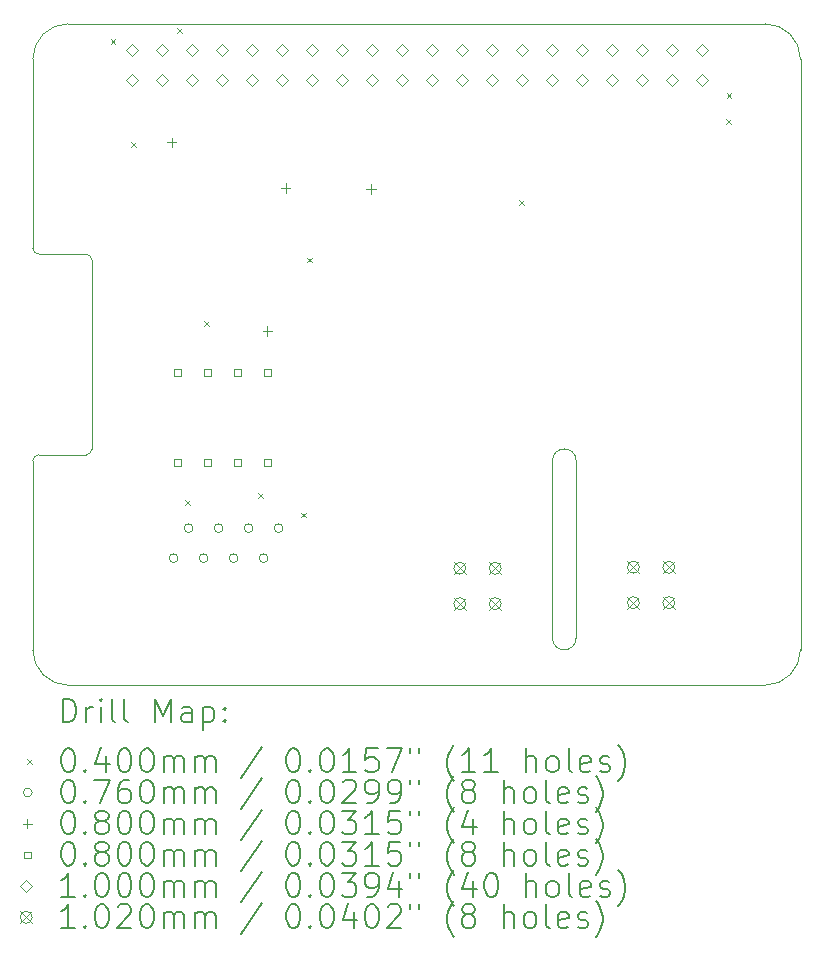
<source format=gbr>
%TF.GenerationSoftware,KiCad,Pcbnew,6.0.7*%
%TF.CreationDate,2022-09-24T12:04:23-05:00*%
%TF.ProjectId,pi-hat,70692d68-6174-42e6-9b69-6361645f7063,rev?*%
%TF.SameCoordinates,Original*%
%TF.FileFunction,Drillmap*%
%TF.FilePolarity,Positive*%
%FSLAX45Y45*%
G04 Gerber Fmt 4.5, Leading zero omitted, Abs format (unit mm)*
G04 Created by KiCad (PCBNEW 6.0.7) date 2022-09-24 12:04:23*
%MOMM*%
%LPD*%
G01*
G04 APERTURE LIST*
%ADD10C,0.100000*%
%ADD11C,0.200000*%
%ADD12C,0.040000*%
%ADD13C,0.076000*%
%ADD14C,0.080000*%
%ADD15C,0.102000*%
G04 APERTURE END LIST*
D10*
X10000000Y-6300000D02*
G75*
G03*
X10050000Y-6350000I50000J0D01*
G01*
X16500000Y-4700000D02*
G75*
G03*
X16200000Y-4400000I-300000J0D01*
G01*
X16500000Y-9700000D02*
X16500000Y-4700000D01*
X10000000Y-4700000D02*
X10000000Y-6300000D01*
X14600000Y-8100000D02*
X14600000Y-9600000D01*
X14400000Y-9600000D02*
X14400000Y-8100000D01*
X10000000Y-9700000D02*
G75*
G03*
X10300000Y-10000000I300000J0D01*
G01*
X10300000Y-10000000D02*
X16200000Y-10000000D01*
X10450000Y-8050000D02*
X10049913Y-8050000D01*
X14600000Y-8100000D02*
G75*
G03*
X14400000Y-8100000I-100000J0D01*
G01*
X10049913Y-8050000D02*
G75*
G03*
X10000000Y-8100000I87J-50000D01*
G01*
X16200000Y-10000000D02*
G75*
G03*
X16500000Y-9700000I0J300000D01*
G01*
X10500000Y-6400000D02*
X10500000Y-8000000D01*
X10300000Y-4400000D02*
G75*
G03*
X10000000Y-4700000I0J-300000D01*
G01*
X14400000Y-9600000D02*
G75*
G03*
X14600000Y-9600000I100000J0D01*
G01*
X10000000Y-8100000D02*
X10000000Y-9700000D01*
X10050000Y-6350000D02*
X10450000Y-6350000D01*
X10450000Y-8050000D02*
G75*
G03*
X10500000Y-8000000I0J50000D01*
G01*
X10500000Y-6400000D02*
G75*
G03*
X10450000Y-6350000I-50000J0D01*
G01*
X16200000Y-4400000D02*
X10300000Y-4400000D01*
D11*
D12*
X10660000Y-4530000D02*
X10700000Y-4570000D01*
X10700000Y-4530000D02*
X10660000Y-4570000D01*
X10835000Y-5400000D02*
X10875000Y-5440000D01*
X10875000Y-5400000D02*
X10835000Y-5440000D01*
X11225000Y-4435000D02*
X11265000Y-4475000D01*
X11265000Y-4435000D02*
X11225000Y-4475000D01*
X11290000Y-8435000D02*
X11330000Y-8475000D01*
X11330000Y-8435000D02*
X11290000Y-8475000D01*
X11450000Y-6915000D02*
X11490000Y-6955000D01*
X11490000Y-6915000D02*
X11450000Y-6955000D01*
X11910000Y-8375000D02*
X11950000Y-8415000D01*
X11950000Y-8375000D02*
X11910000Y-8415000D01*
X12270000Y-8540000D02*
X12310000Y-8580000D01*
X12310000Y-8540000D02*
X12270000Y-8580000D01*
X12320000Y-6380000D02*
X12360000Y-6420000D01*
X12360000Y-6380000D02*
X12320000Y-6420000D01*
X14115000Y-5895000D02*
X14155000Y-5935000D01*
X14155000Y-5895000D02*
X14115000Y-5935000D01*
X15870000Y-5205000D02*
X15910000Y-5245000D01*
X15910000Y-5205000D02*
X15870000Y-5245000D01*
X15875000Y-4985000D02*
X15915000Y-5025000D01*
X15915000Y-4985000D02*
X15875000Y-5025000D01*
D13*
X11229750Y-8925000D02*
G75*
G03*
X11229750Y-8925000I-38000J0D01*
G01*
X11356750Y-8671000D02*
G75*
G03*
X11356750Y-8671000I-38000J0D01*
G01*
X11483750Y-8925000D02*
G75*
G03*
X11483750Y-8925000I-38000J0D01*
G01*
X11610750Y-8671000D02*
G75*
G03*
X11610750Y-8671000I-38000J0D01*
G01*
X11737750Y-8925000D02*
G75*
G03*
X11737750Y-8925000I-38000J0D01*
G01*
X11864750Y-8671000D02*
G75*
G03*
X11864750Y-8671000I-38000J0D01*
G01*
X11991750Y-8925000D02*
G75*
G03*
X11991750Y-8925000I-38000J0D01*
G01*
X12118750Y-8671000D02*
G75*
G03*
X12118750Y-8671000I-38000J0D01*
G01*
D14*
X11175000Y-5365000D02*
X11175000Y-5445000D01*
X11135000Y-5405000D02*
X11215000Y-5405000D01*
X11985000Y-6960000D02*
X11985000Y-7040000D01*
X11945000Y-7000000D02*
X12025000Y-7000000D01*
X12140000Y-5750000D02*
X12140000Y-5830000D01*
X12100000Y-5790000D02*
X12180000Y-5790000D01*
X12865000Y-5760000D02*
X12865000Y-5840000D01*
X12825000Y-5800000D02*
X12905000Y-5800000D01*
X11256284Y-7380784D02*
X11256284Y-7324215D01*
X11199715Y-7324215D01*
X11199715Y-7380784D01*
X11256284Y-7380784D01*
X11256284Y-8142784D02*
X11256284Y-8086215D01*
X11199715Y-8086215D01*
X11199715Y-8142784D01*
X11256284Y-8142784D01*
X11510284Y-7380784D02*
X11510284Y-7324215D01*
X11453715Y-7324215D01*
X11453715Y-7380784D01*
X11510284Y-7380784D01*
X11510284Y-8142784D02*
X11510284Y-8086215D01*
X11453715Y-8086215D01*
X11453715Y-8142784D01*
X11510284Y-8142784D01*
X11764284Y-7380784D02*
X11764284Y-7324215D01*
X11707715Y-7324215D01*
X11707715Y-7380784D01*
X11764284Y-7380784D01*
X11764284Y-8142784D02*
X11764284Y-8086215D01*
X11707715Y-8086215D01*
X11707715Y-8142784D01*
X11764284Y-8142784D01*
X12018284Y-7380784D02*
X12018284Y-7324215D01*
X11961715Y-7324215D01*
X11961715Y-7380784D01*
X12018284Y-7380784D01*
X12018284Y-8142784D02*
X12018284Y-8086215D01*
X11961715Y-8086215D01*
X11961715Y-8142784D01*
X12018284Y-8142784D01*
D10*
X10837000Y-4673000D02*
X10887000Y-4623000D01*
X10837000Y-4573000D01*
X10787000Y-4623000D01*
X10837000Y-4673000D01*
X10837000Y-4927000D02*
X10887000Y-4877000D01*
X10837000Y-4827000D01*
X10787000Y-4877000D01*
X10837000Y-4927000D01*
X11091000Y-4673000D02*
X11141000Y-4623000D01*
X11091000Y-4573000D01*
X11041000Y-4623000D01*
X11091000Y-4673000D01*
X11091000Y-4927000D02*
X11141000Y-4877000D01*
X11091000Y-4827000D01*
X11041000Y-4877000D01*
X11091000Y-4927000D01*
X11345000Y-4673000D02*
X11395000Y-4623000D01*
X11345000Y-4573000D01*
X11295000Y-4623000D01*
X11345000Y-4673000D01*
X11345000Y-4927000D02*
X11395000Y-4877000D01*
X11345000Y-4827000D01*
X11295000Y-4877000D01*
X11345000Y-4927000D01*
X11599000Y-4673000D02*
X11649000Y-4623000D01*
X11599000Y-4573000D01*
X11549000Y-4623000D01*
X11599000Y-4673000D01*
X11599000Y-4927000D02*
X11649000Y-4877000D01*
X11599000Y-4827000D01*
X11549000Y-4877000D01*
X11599000Y-4927000D01*
X11853000Y-4673000D02*
X11903000Y-4623000D01*
X11853000Y-4573000D01*
X11803000Y-4623000D01*
X11853000Y-4673000D01*
X11853000Y-4927000D02*
X11903000Y-4877000D01*
X11853000Y-4827000D01*
X11803000Y-4877000D01*
X11853000Y-4927000D01*
X12107000Y-4673000D02*
X12157000Y-4623000D01*
X12107000Y-4573000D01*
X12057000Y-4623000D01*
X12107000Y-4673000D01*
X12107000Y-4927000D02*
X12157000Y-4877000D01*
X12107000Y-4827000D01*
X12057000Y-4877000D01*
X12107000Y-4927000D01*
X12361000Y-4673000D02*
X12411000Y-4623000D01*
X12361000Y-4573000D01*
X12311000Y-4623000D01*
X12361000Y-4673000D01*
X12361000Y-4927000D02*
X12411000Y-4877000D01*
X12361000Y-4827000D01*
X12311000Y-4877000D01*
X12361000Y-4927000D01*
X12615000Y-4673000D02*
X12665000Y-4623000D01*
X12615000Y-4573000D01*
X12565000Y-4623000D01*
X12615000Y-4673000D01*
X12615000Y-4927000D02*
X12665000Y-4877000D01*
X12615000Y-4827000D01*
X12565000Y-4877000D01*
X12615000Y-4927000D01*
X12869000Y-4673000D02*
X12919000Y-4623000D01*
X12869000Y-4573000D01*
X12819000Y-4623000D01*
X12869000Y-4673000D01*
X12869000Y-4927000D02*
X12919000Y-4877000D01*
X12869000Y-4827000D01*
X12819000Y-4877000D01*
X12869000Y-4927000D01*
X13123000Y-4673000D02*
X13173000Y-4623000D01*
X13123000Y-4573000D01*
X13073000Y-4623000D01*
X13123000Y-4673000D01*
X13123000Y-4927000D02*
X13173000Y-4877000D01*
X13123000Y-4827000D01*
X13073000Y-4877000D01*
X13123000Y-4927000D01*
X13377000Y-4673000D02*
X13427000Y-4623000D01*
X13377000Y-4573000D01*
X13327000Y-4623000D01*
X13377000Y-4673000D01*
X13377000Y-4927000D02*
X13427000Y-4877000D01*
X13377000Y-4827000D01*
X13327000Y-4877000D01*
X13377000Y-4927000D01*
X13631000Y-4673000D02*
X13681000Y-4623000D01*
X13631000Y-4573000D01*
X13581000Y-4623000D01*
X13631000Y-4673000D01*
X13631000Y-4927000D02*
X13681000Y-4877000D01*
X13631000Y-4827000D01*
X13581000Y-4877000D01*
X13631000Y-4927000D01*
X13885000Y-4673000D02*
X13935000Y-4623000D01*
X13885000Y-4573000D01*
X13835000Y-4623000D01*
X13885000Y-4673000D01*
X13885000Y-4927000D02*
X13935000Y-4877000D01*
X13885000Y-4827000D01*
X13835000Y-4877000D01*
X13885000Y-4927000D01*
X14139000Y-4673000D02*
X14189000Y-4623000D01*
X14139000Y-4573000D01*
X14089000Y-4623000D01*
X14139000Y-4673000D01*
X14139000Y-4927000D02*
X14189000Y-4877000D01*
X14139000Y-4827000D01*
X14089000Y-4877000D01*
X14139000Y-4927000D01*
X14393000Y-4673000D02*
X14443000Y-4623000D01*
X14393000Y-4573000D01*
X14343000Y-4623000D01*
X14393000Y-4673000D01*
X14393000Y-4927000D02*
X14443000Y-4877000D01*
X14393000Y-4827000D01*
X14343000Y-4877000D01*
X14393000Y-4927000D01*
X14647000Y-4673000D02*
X14697000Y-4623000D01*
X14647000Y-4573000D01*
X14597000Y-4623000D01*
X14647000Y-4673000D01*
X14647000Y-4927000D02*
X14697000Y-4877000D01*
X14647000Y-4827000D01*
X14597000Y-4877000D01*
X14647000Y-4927000D01*
X14901000Y-4673000D02*
X14951000Y-4623000D01*
X14901000Y-4573000D01*
X14851000Y-4623000D01*
X14901000Y-4673000D01*
X14901000Y-4927000D02*
X14951000Y-4877000D01*
X14901000Y-4827000D01*
X14851000Y-4877000D01*
X14901000Y-4927000D01*
X15155000Y-4673000D02*
X15205000Y-4623000D01*
X15155000Y-4573000D01*
X15105000Y-4623000D01*
X15155000Y-4673000D01*
X15155000Y-4927000D02*
X15205000Y-4877000D01*
X15155000Y-4827000D01*
X15105000Y-4877000D01*
X15155000Y-4927000D01*
X15409000Y-4673000D02*
X15459000Y-4623000D01*
X15409000Y-4573000D01*
X15359000Y-4623000D01*
X15409000Y-4673000D01*
X15409000Y-4927000D02*
X15459000Y-4877000D01*
X15409000Y-4827000D01*
X15359000Y-4877000D01*
X15409000Y-4927000D01*
X15663000Y-4673000D02*
X15713000Y-4623000D01*
X15663000Y-4573000D01*
X15613000Y-4623000D01*
X15663000Y-4673000D01*
X15663000Y-4927000D02*
X15713000Y-4877000D01*
X15663000Y-4827000D01*
X15613000Y-4877000D01*
X15663000Y-4927000D01*
D15*
X13564000Y-8959000D02*
X13666000Y-9061000D01*
X13666000Y-8959000D02*
X13564000Y-9061000D01*
X13666000Y-9010000D02*
G75*
G03*
X13666000Y-9010000I-51000J0D01*
G01*
X13564000Y-9259000D02*
X13666000Y-9361000D01*
X13666000Y-9259000D02*
X13564000Y-9361000D01*
X13666000Y-9310000D02*
G75*
G03*
X13666000Y-9310000I-51000J0D01*
G01*
X13864000Y-8959000D02*
X13966000Y-9061000D01*
X13966000Y-8959000D02*
X13864000Y-9061000D01*
X13966000Y-9010000D02*
G75*
G03*
X13966000Y-9010000I-51000J0D01*
G01*
X13864000Y-9259000D02*
X13966000Y-9361000D01*
X13966000Y-9259000D02*
X13864000Y-9361000D01*
X13966000Y-9310000D02*
G75*
G03*
X13966000Y-9310000I-51000J0D01*
G01*
X15034000Y-8950500D02*
X15136000Y-9052500D01*
X15136000Y-8950500D02*
X15034000Y-9052500D01*
X15136000Y-9001500D02*
G75*
G03*
X15136000Y-9001500I-51000J0D01*
G01*
X15034000Y-9250500D02*
X15136000Y-9352500D01*
X15136000Y-9250500D02*
X15034000Y-9352500D01*
X15136000Y-9301500D02*
G75*
G03*
X15136000Y-9301500I-51000J0D01*
G01*
X15334000Y-8950500D02*
X15436000Y-9052500D01*
X15436000Y-8950500D02*
X15334000Y-9052500D01*
X15436000Y-9001500D02*
G75*
G03*
X15436000Y-9001500I-51000J0D01*
G01*
X15334000Y-9250500D02*
X15436000Y-9352500D01*
X15436000Y-9250500D02*
X15334000Y-9352500D01*
X15436000Y-9301500D02*
G75*
G03*
X15436000Y-9301500I-51000J0D01*
G01*
D11*
X10252619Y-10315476D02*
X10252619Y-10115476D01*
X10300238Y-10115476D01*
X10328810Y-10125000D01*
X10347857Y-10144048D01*
X10357381Y-10163095D01*
X10366905Y-10201190D01*
X10366905Y-10229762D01*
X10357381Y-10267857D01*
X10347857Y-10286905D01*
X10328810Y-10305952D01*
X10300238Y-10315476D01*
X10252619Y-10315476D01*
X10452619Y-10315476D02*
X10452619Y-10182143D01*
X10452619Y-10220238D02*
X10462143Y-10201190D01*
X10471667Y-10191667D01*
X10490714Y-10182143D01*
X10509762Y-10182143D01*
X10576429Y-10315476D02*
X10576429Y-10182143D01*
X10576429Y-10115476D02*
X10566905Y-10125000D01*
X10576429Y-10134524D01*
X10585952Y-10125000D01*
X10576429Y-10115476D01*
X10576429Y-10134524D01*
X10700238Y-10315476D02*
X10681190Y-10305952D01*
X10671667Y-10286905D01*
X10671667Y-10115476D01*
X10805000Y-10315476D02*
X10785952Y-10305952D01*
X10776429Y-10286905D01*
X10776429Y-10115476D01*
X11033571Y-10315476D02*
X11033571Y-10115476D01*
X11100238Y-10258333D01*
X11166905Y-10115476D01*
X11166905Y-10315476D01*
X11347857Y-10315476D02*
X11347857Y-10210714D01*
X11338333Y-10191667D01*
X11319286Y-10182143D01*
X11281190Y-10182143D01*
X11262143Y-10191667D01*
X11347857Y-10305952D02*
X11328809Y-10315476D01*
X11281190Y-10315476D01*
X11262143Y-10305952D01*
X11252619Y-10286905D01*
X11252619Y-10267857D01*
X11262143Y-10248810D01*
X11281190Y-10239286D01*
X11328809Y-10239286D01*
X11347857Y-10229762D01*
X11443095Y-10182143D02*
X11443095Y-10382143D01*
X11443095Y-10191667D02*
X11462143Y-10182143D01*
X11500238Y-10182143D01*
X11519286Y-10191667D01*
X11528809Y-10201190D01*
X11538333Y-10220238D01*
X11538333Y-10277381D01*
X11528809Y-10296429D01*
X11519286Y-10305952D01*
X11500238Y-10315476D01*
X11462143Y-10315476D01*
X11443095Y-10305952D01*
X11624048Y-10296429D02*
X11633571Y-10305952D01*
X11624048Y-10315476D01*
X11614524Y-10305952D01*
X11624048Y-10296429D01*
X11624048Y-10315476D01*
X11624048Y-10191667D02*
X11633571Y-10201190D01*
X11624048Y-10210714D01*
X11614524Y-10201190D01*
X11624048Y-10191667D01*
X11624048Y-10210714D01*
D12*
X9955000Y-10625000D02*
X9995000Y-10665000D01*
X9995000Y-10625000D02*
X9955000Y-10665000D01*
D11*
X10290714Y-10535476D02*
X10309762Y-10535476D01*
X10328810Y-10545000D01*
X10338333Y-10554524D01*
X10347857Y-10573571D01*
X10357381Y-10611667D01*
X10357381Y-10659286D01*
X10347857Y-10697381D01*
X10338333Y-10716429D01*
X10328810Y-10725952D01*
X10309762Y-10735476D01*
X10290714Y-10735476D01*
X10271667Y-10725952D01*
X10262143Y-10716429D01*
X10252619Y-10697381D01*
X10243095Y-10659286D01*
X10243095Y-10611667D01*
X10252619Y-10573571D01*
X10262143Y-10554524D01*
X10271667Y-10545000D01*
X10290714Y-10535476D01*
X10443095Y-10716429D02*
X10452619Y-10725952D01*
X10443095Y-10735476D01*
X10433571Y-10725952D01*
X10443095Y-10716429D01*
X10443095Y-10735476D01*
X10624048Y-10602143D02*
X10624048Y-10735476D01*
X10576429Y-10525952D02*
X10528810Y-10668810D01*
X10652619Y-10668810D01*
X10766905Y-10535476D02*
X10785952Y-10535476D01*
X10805000Y-10545000D01*
X10814524Y-10554524D01*
X10824048Y-10573571D01*
X10833571Y-10611667D01*
X10833571Y-10659286D01*
X10824048Y-10697381D01*
X10814524Y-10716429D01*
X10805000Y-10725952D01*
X10785952Y-10735476D01*
X10766905Y-10735476D01*
X10747857Y-10725952D01*
X10738333Y-10716429D01*
X10728810Y-10697381D01*
X10719286Y-10659286D01*
X10719286Y-10611667D01*
X10728810Y-10573571D01*
X10738333Y-10554524D01*
X10747857Y-10545000D01*
X10766905Y-10535476D01*
X10957381Y-10535476D02*
X10976429Y-10535476D01*
X10995476Y-10545000D01*
X11005000Y-10554524D01*
X11014524Y-10573571D01*
X11024048Y-10611667D01*
X11024048Y-10659286D01*
X11014524Y-10697381D01*
X11005000Y-10716429D01*
X10995476Y-10725952D01*
X10976429Y-10735476D01*
X10957381Y-10735476D01*
X10938333Y-10725952D01*
X10928810Y-10716429D01*
X10919286Y-10697381D01*
X10909762Y-10659286D01*
X10909762Y-10611667D01*
X10919286Y-10573571D01*
X10928810Y-10554524D01*
X10938333Y-10545000D01*
X10957381Y-10535476D01*
X11109762Y-10735476D02*
X11109762Y-10602143D01*
X11109762Y-10621190D02*
X11119286Y-10611667D01*
X11138333Y-10602143D01*
X11166905Y-10602143D01*
X11185952Y-10611667D01*
X11195476Y-10630714D01*
X11195476Y-10735476D01*
X11195476Y-10630714D02*
X11205000Y-10611667D01*
X11224048Y-10602143D01*
X11252619Y-10602143D01*
X11271667Y-10611667D01*
X11281190Y-10630714D01*
X11281190Y-10735476D01*
X11376428Y-10735476D02*
X11376428Y-10602143D01*
X11376428Y-10621190D02*
X11385952Y-10611667D01*
X11405000Y-10602143D01*
X11433571Y-10602143D01*
X11452619Y-10611667D01*
X11462143Y-10630714D01*
X11462143Y-10735476D01*
X11462143Y-10630714D02*
X11471667Y-10611667D01*
X11490714Y-10602143D01*
X11519286Y-10602143D01*
X11538333Y-10611667D01*
X11547857Y-10630714D01*
X11547857Y-10735476D01*
X11938333Y-10525952D02*
X11766905Y-10783095D01*
X12195476Y-10535476D02*
X12214524Y-10535476D01*
X12233571Y-10545000D01*
X12243095Y-10554524D01*
X12252619Y-10573571D01*
X12262143Y-10611667D01*
X12262143Y-10659286D01*
X12252619Y-10697381D01*
X12243095Y-10716429D01*
X12233571Y-10725952D01*
X12214524Y-10735476D01*
X12195476Y-10735476D01*
X12176428Y-10725952D01*
X12166905Y-10716429D01*
X12157381Y-10697381D01*
X12147857Y-10659286D01*
X12147857Y-10611667D01*
X12157381Y-10573571D01*
X12166905Y-10554524D01*
X12176428Y-10545000D01*
X12195476Y-10535476D01*
X12347857Y-10716429D02*
X12357381Y-10725952D01*
X12347857Y-10735476D01*
X12338333Y-10725952D01*
X12347857Y-10716429D01*
X12347857Y-10735476D01*
X12481190Y-10535476D02*
X12500238Y-10535476D01*
X12519286Y-10545000D01*
X12528809Y-10554524D01*
X12538333Y-10573571D01*
X12547857Y-10611667D01*
X12547857Y-10659286D01*
X12538333Y-10697381D01*
X12528809Y-10716429D01*
X12519286Y-10725952D01*
X12500238Y-10735476D01*
X12481190Y-10735476D01*
X12462143Y-10725952D01*
X12452619Y-10716429D01*
X12443095Y-10697381D01*
X12433571Y-10659286D01*
X12433571Y-10611667D01*
X12443095Y-10573571D01*
X12452619Y-10554524D01*
X12462143Y-10545000D01*
X12481190Y-10535476D01*
X12738333Y-10735476D02*
X12624048Y-10735476D01*
X12681190Y-10735476D02*
X12681190Y-10535476D01*
X12662143Y-10564048D01*
X12643095Y-10583095D01*
X12624048Y-10592619D01*
X12919286Y-10535476D02*
X12824048Y-10535476D01*
X12814524Y-10630714D01*
X12824048Y-10621190D01*
X12843095Y-10611667D01*
X12890714Y-10611667D01*
X12909762Y-10621190D01*
X12919286Y-10630714D01*
X12928809Y-10649762D01*
X12928809Y-10697381D01*
X12919286Y-10716429D01*
X12909762Y-10725952D01*
X12890714Y-10735476D01*
X12843095Y-10735476D01*
X12824048Y-10725952D01*
X12814524Y-10716429D01*
X12995476Y-10535476D02*
X13128809Y-10535476D01*
X13043095Y-10735476D01*
X13195476Y-10535476D02*
X13195476Y-10573571D01*
X13271667Y-10535476D02*
X13271667Y-10573571D01*
X13566905Y-10811667D02*
X13557381Y-10802143D01*
X13538333Y-10773571D01*
X13528809Y-10754524D01*
X13519286Y-10725952D01*
X13509762Y-10678333D01*
X13509762Y-10640238D01*
X13519286Y-10592619D01*
X13528809Y-10564048D01*
X13538333Y-10545000D01*
X13557381Y-10516429D01*
X13566905Y-10506905D01*
X13747857Y-10735476D02*
X13633571Y-10735476D01*
X13690714Y-10735476D02*
X13690714Y-10535476D01*
X13671667Y-10564048D01*
X13652619Y-10583095D01*
X13633571Y-10592619D01*
X13938333Y-10735476D02*
X13824048Y-10735476D01*
X13881190Y-10735476D02*
X13881190Y-10535476D01*
X13862143Y-10564048D01*
X13843095Y-10583095D01*
X13824048Y-10592619D01*
X14176428Y-10735476D02*
X14176428Y-10535476D01*
X14262143Y-10735476D02*
X14262143Y-10630714D01*
X14252619Y-10611667D01*
X14233571Y-10602143D01*
X14205000Y-10602143D01*
X14185952Y-10611667D01*
X14176428Y-10621190D01*
X14385952Y-10735476D02*
X14366905Y-10725952D01*
X14357381Y-10716429D01*
X14347857Y-10697381D01*
X14347857Y-10640238D01*
X14357381Y-10621190D01*
X14366905Y-10611667D01*
X14385952Y-10602143D01*
X14414524Y-10602143D01*
X14433571Y-10611667D01*
X14443095Y-10621190D01*
X14452619Y-10640238D01*
X14452619Y-10697381D01*
X14443095Y-10716429D01*
X14433571Y-10725952D01*
X14414524Y-10735476D01*
X14385952Y-10735476D01*
X14566905Y-10735476D02*
X14547857Y-10725952D01*
X14538333Y-10706905D01*
X14538333Y-10535476D01*
X14719286Y-10725952D02*
X14700238Y-10735476D01*
X14662143Y-10735476D01*
X14643095Y-10725952D01*
X14633571Y-10706905D01*
X14633571Y-10630714D01*
X14643095Y-10611667D01*
X14662143Y-10602143D01*
X14700238Y-10602143D01*
X14719286Y-10611667D01*
X14728809Y-10630714D01*
X14728809Y-10649762D01*
X14633571Y-10668810D01*
X14805000Y-10725952D02*
X14824048Y-10735476D01*
X14862143Y-10735476D01*
X14881190Y-10725952D01*
X14890714Y-10706905D01*
X14890714Y-10697381D01*
X14881190Y-10678333D01*
X14862143Y-10668810D01*
X14833571Y-10668810D01*
X14814524Y-10659286D01*
X14805000Y-10640238D01*
X14805000Y-10630714D01*
X14814524Y-10611667D01*
X14833571Y-10602143D01*
X14862143Y-10602143D01*
X14881190Y-10611667D01*
X14957381Y-10811667D02*
X14966905Y-10802143D01*
X14985952Y-10773571D01*
X14995476Y-10754524D01*
X15005000Y-10725952D01*
X15014524Y-10678333D01*
X15014524Y-10640238D01*
X15005000Y-10592619D01*
X14995476Y-10564048D01*
X14985952Y-10545000D01*
X14966905Y-10516429D01*
X14957381Y-10506905D01*
D13*
X9995000Y-10909000D02*
G75*
G03*
X9995000Y-10909000I-38000J0D01*
G01*
D11*
X10290714Y-10799476D02*
X10309762Y-10799476D01*
X10328810Y-10809000D01*
X10338333Y-10818524D01*
X10347857Y-10837571D01*
X10357381Y-10875667D01*
X10357381Y-10923286D01*
X10347857Y-10961381D01*
X10338333Y-10980429D01*
X10328810Y-10989952D01*
X10309762Y-10999476D01*
X10290714Y-10999476D01*
X10271667Y-10989952D01*
X10262143Y-10980429D01*
X10252619Y-10961381D01*
X10243095Y-10923286D01*
X10243095Y-10875667D01*
X10252619Y-10837571D01*
X10262143Y-10818524D01*
X10271667Y-10809000D01*
X10290714Y-10799476D01*
X10443095Y-10980429D02*
X10452619Y-10989952D01*
X10443095Y-10999476D01*
X10433571Y-10989952D01*
X10443095Y-10980429D01*
X10443095Y-10999476D01*
X10519286Y-10799476D02*
X10652619Y-10799476D01*
X10566905Y-10999476D01*
X10814524Y-10799476D02*
X10776429Y-10799476D01*
X10757381Y-10809000D01*
X10747857Y-10818524D01*
X10728810Y-10847095D01*
X10719286Y-10885190D01*
X10719286Y-10961381D01*
X10728810Y-10980429D01*
X10738333Y-10989952D01*
X10757381Y-10999476D01*
X10795476Y-10999476D01*
X10814524Y-10989952D01*
X10824048Y-10980429D01*
X10833571Y-10961381D01*
X10833571Y-10913762D01*
X10824048Y-10894714D01*
X10814524Y-10885190D01*
X10795476Y-10875667D01*
X10757381Y-10875667D01*
X10738333Y-10885190D01*
X10728810Y-10894714D01*
X10719286Y-10913762D01*
X10957381Y-10799476D02*
X10976429Y-10799476D01*
X10995476Y-10809000D01*
X11005000Y-10818524D01*
X11014524Y-10837571D01*
X11024048Y-10875667D01*
X11024048Y-10923286D01*
X11014524Y-10961381D01*
X11005000Y-10980429D01*
X10995476Y-10989952D01*
X10976429Y-10999476D01*
X10957381Y-10999476D01*
X10938333Y-10989952D01*
X10928810Y-10980429D01*
X10919286Y-10961381D01*
X10909762Y-10923286D01*
X10909762Y-10875667D01*
X10919286Y-10837571D01*
X10928810Y-10818524D01*
X10938333Y-10809000D01*
X10957381Y-10799476D01*
X11109762Y-10999476D02*
X11109762Y-10866143D01*
X11109762Y-10885190D02*
X11119286Y-10875667D01*
X11138333Y-10866143D01*
X11166905Y-10866143D01*
X11185952Y-10875667D01*
X11195476Y-10894714D01*
X11195476Y-10999476D01*
X11195476Y-10894714D02*
X11205000Y-10875667D01*
X11224048Y-10866143D01*
X11252619Y-10866143D01*
X11271667Y-10875667D01*
X11281190Y-10894714D01*
X11281190Y-10999476D01*
X11376428Y-10999476D02*
X11376428Y-10866143D01*
X11376428Y-10885190D02*
X11385952Y-10875667D01*
X11405000Y-10866143D01*
X11433571Y-10866143D01*
X11452619Y-10875667D01*
X11462143Y-10894714D01*
X11462143Y-10999476D01*
X11462143Y-10894714D02*
X11471667Y-10875667D01*
X11490714Y-10866143D01*
X11519286Y-10866143D01*
X11538333Y-10875667D01*
X11547857Y-10894714D01*
X11547857Y-10999476D01*
X11938333Y-10789952D02*
X11766905Y-11047095D01*
X12195476Y-10799476D02*
X12214524Y-10799476D01*
X12233571Y-10809000D01*
X12243095Y-10818524D01*
X12252619Y-10837571D01*
X12262143Y-10875667D01*
X12262143Y-10923286D01*
X12252619Y-10961381D01*
X12243095Y-10980429D01*
X12233571Y-10989952D01*
X12214524Y-10999476D01*
X12195476Y-10999476D01*
X12176428Y-10989952D01*
X12166905Y-10980429D01*
X12157381Y-10961381D01*
X12147857Y-10923286D01*
X12147857Y-10875667D01*
X12157381Y-10837571D01*
X12166905Y-10818524D01*
X12176428Y-10809000D01*
X12195476Y-10799476D01*
X12347857Y-10980429D02*
X12357381Y-10989952D01*
X12347857Y-10999476D01*
X12338333Y-10989952D01*
X12347857Y-10980429D01*
X12347857Y-10999476D01*
X12481190Y-10799476D02*
X12500238Y-10799476D01*
X12519286Y-10809000D01*
X12528809Y-10818524D01*
X12538333Y-10837571D01*
X12547857Y-10875667D01*
X12547857Y-10923286D01*
X12538333Y-10961381D01*
X12528809Y-10980429D01*
X12519286Y-10989952D01*
X12500238Y-10999476D01*
X12481190Y-10999476D01*
X12462143Y-10989952D01*
X12452619Y-10980429D01*
X12443095Y-10961381D01*
X12433571Y-10923286D01*
X12433571Y-10875667D01*
X12443095Y-10837571D01*
X12452619Y-10818524D01*
X12462143Y-10809000D01*
X12481190Y-10799476D01*
X12624048Y-10818524D02*
X12633571Y-10809000D01*
X12652619Y-10799476D01*
X12700238Y-10799476D01*
X12719286Y-10809000D01*
X12728809Y-10818524D01*
X12738333Y-10837571D01*
X12738333Y-10856619D01*
X12728809Y-10885190D01*
X12614524Y-10999476D01*
X12738333Y-10999476D01*
X12833571Y-10999476D02*
X12871667Y-10999476D01*
X12890714Y-10989952D01*
X12900238Y-10980429D01*
X12919286Y-10951857D01*
X12928809Y-10913762D01*
X12928809Y-10837571D01*
X12919286Y-10818524D01*
X12909762Y-10809000D01*
X12890714Y-10799476D01*
X12852619Y-10799476D01*
X12833571Y-10809000D01*
X12824048Y-10818524D01*
X12814524Y-10837571D01*
X12814524Y-10885190D01*
X12824048Y-10904238D01*
X12833571Y-10913762D01*
X12852619Y-10923286D01*
X12890714Y-10923286D01*
X12909762Y-10913762D01*
X12919286Y-10904238D01*
X12928809Y-10885190D01*
X13024048Y-10999476D02*
X13062143Y-10999476D01*
X13081190Y-10989952D01*
X13090714Y-10980429D01*
X13109762Y-10951857D01*
X13119286Y-10913762D01*
X13119286Y-10837571D01*
X13109762Y-10818524D01*
X13100238Y-10809000D01*
X13081190Y-10799476D01*
X13043095Y-10799476D01*
X13024048Y-10809000D01*
X13014524Y-10818524D01*
X13005000Y-10837571D01*
X13005000Y-10885190D01*
X13014524Y-10904238D01*
X13024048Y-10913762D01*
X13043095Y-10923286D01*
X13081190Y-10923286D01*
X13100238Y-10913762D01*
X13109762Y-10904238D01*
X13119286Y-10885190D01*
X13195476Y-10799476D02*
X13195476Y-10837571D01*
X13271667Y-10799476D02*
X13271667Y-10837571D01*
X13566905Y-11075667D02*
X13557381Y-11066143D01*
X13538333Y-11037571D01*
X13528809Y-11018524D01*
X13519286Y-10989952D01*
X13509762Y-10942333D01*
X13509762Y-10904238D01*
X13519286Y-10856619D01*
X13528809Y-10828048D01*
X13538333Y-10809000D01*
X13557381Y-10780429D01*
X13566905Y-10770905D01*
X13671667Y-10885190D02*
X13652619Y-10875667D01*
X13643095Y-10866143D01*
X13633571Y-10847095D01*
X13633571Y-10837571D01*
X13643095Y-10818524D01*
X13652619Y-10809000D01*
X13671667Y-10799476D01*
X13709762Y-10799476D01*
X13728809Y-10809000D01*
X13738333Y-10818524D01*
X13747857Y-10837571D01*
X13747857Y-10847095D01*
X13738333Y-10866143D01*
X13728809Y-10875667D01*
X13709762Y-10885190D01*
X13671667Y-10885190D01*
X13652619Y-10894714D01*
X13643095Y-10904238D01*
X13633571Y-10923286D01*
X13633571Y-10961381D01*
X13643095Y-10980429D01*
X13652619Y-10989952D01*
X13671667Y-10999476D01*
X13709762Y-10999476D01*
X13728809Y-10989952D01*
X13738333Y-10980429D01*
X13747857Y-10961381D01*
X13747857Y-10923286D01*
X13738333Y-10904238D01*
X13728809Y-10894714D01*
X13709762Y-10885190D01*
X13985952Y-10999476D02*
X13985952Y-10799476D01*
X14071667Y-10999476D02*
X14071667Y-10894714D01*
X14062143Y-10875667D01*
X14043095Y-10866143D01*
X14014524Y-10866143D01*
X13995476Y-10875667D01*
X13985952Y-10885190D01*
X14195476Y-10999476D02*
X14176428Y-10989952D01*
X14166905Y-10980429D01*
X14157381Y-10961381D01*
X14157381Y-10904238D01*
X14166905Y-10885190D01*
X14176428Y-10875667D01*
X14195476Y-10866143D01*
X14224048Y-10866143D01*
X14243095Y-10875667D01*
X14252619Y-10885190D01*
X14262143Y-10904238D01*
X14262143Y-10961381D01*
X14252619Y-10980429D01*
X14243095Y-10989952D01*
X14224048Y-10999476D01*
X14195476Y-10999476D01*
X14376428Y-10999476D02*
X14357381Y-10989952D01*
X14347857Y-10970905D01*
X14347857Y-10799476D01*
X14528809Y-10989952D02*
X14509762Y-10999476D01*
X14471667Y-10999476D01*
X14452619Y-10989952D01*
X14443095Y-10970905D01*
X14443095Y-10894714D01*
X14452619Y-10875667D01*
X14471667Y-10866143D01*
X14509762Y-10866143D01*
X14528809Y-10875667D01*
X14538333Y-10894714D01*
X14538333Y-10913762D01*
X14443095Y-10932810D01*
X14614524Y-10989952D02*
X14633571Y-10999476D01*
X14671667Y-10999476D01*
X14690714Y-10989952D01*
X14700238Y-10970905D01*
X14700238Y-10961381D01*
X14690714Y-10942333D01*
X14671667Y-10932810D01*
X14643095Y-10932810D01*
X14624048Y-10923286D01*
X14614524Y-10904238D01*
X14614524Y-10894714D01*
X14624048Y-10875667D01*
X14643095Y-10866143D01*
X14671667Y-10866143D01*
X14690714Y-10875667D01*
X14766905Y-11075667D02*
X14776428Y-11066143D01*
X14795476Y-11037571D01*
X14805000Y-11018524D01*
X14814524Y-10989952D01*
X14824048Y-10942333D01*
X14824048Y-10904238D01*
X14814524Y-10856619D01*
X14805000Y-10828048D01*
X14795476Y-10809000D01*
X14776428Y-10780429D01*
X14766905Y-10770905D01*
D14*
X9955000Y-11133000D02*
X9955000Y-11213000D01*
X9915000Y-11173000D02*
X9995000Y-11173000D01*
D11*
X10290714Y-11063476D02*
X10309762Y-11063476D01*
X10328810Y-11073000D01*
X10338333Y-11082524D01*
X10347857Y-11101571D01*
X10357381Y-11139667D01*
X10357381Y-11187286D01*
X10347857Y-11225381D01*
X10338333Y-11244428D01*
X10328810Y-11253952D01*
X10309762Y-11263476D01*
X10290714Y-11263476D01*
X10271667Y-11253952D01*
X10262143Y-11244428D01*
X10252619Y-11225381D01*
X10243095Y-11187286D01*
X10243095Y-11139667D01*
X10252619Y-11101571D01*
X10262143Y-11082524D01*
X10271667Y-11073000D01*
X10290714Y-11063476D01*
X10443095Y-11244428D02*
X10452619Y-11253952D01*
X10443095Y-11263476D01*
X10433571Y-11253952D01*
X10443095Y-11244428D01*
X10443095Y-11263476D01*
X10566905Y-11149190D02*
X10547857Y-11139667D01*
X10538333Y-11130143D01*
X10528810Y-11111095D01*
X10528810Y-11101571D01*
X10538333Y-11082524D01*
X10547857Y-11073000D01*
X10566905Y-11063476D01*
X10605000Y-11063476D01*
X10624048Y-11073000D01*
X10633571Y-11082524D01*
X10643095Y-11101571D01*
X10643095Y-11111095D01*
X10633571Y-11130143D01*
X10624048Y-11139667D01*
X10605000Y-11149190D01*
X10566905Y-11149190D01*
X10547857Y-11158714D01*
X10538333Y-11168238D01*
X10528810Y-11187286D01*
X10528810Y-11225381D01*
X10538333Y-11244428D01*
X10547857Y-11253952D01*
X10566905Y-11263476D01*
X10605000Y-11263476D01*
X10624048Y-11253952D01*
X10633571Y-11244428D01*
X10643095Y-11225381D01*
X10643095Y-11187286D01*
X10633571Y-11168238D01*
X10624048Y-11158714D01*
X10605000Y-11149190D01*
X10766905Y-11063476D02*
X10785952Y-11063476D01*
X10805000Y-11073000D01*
X10814524Y-11082524D01*
X10824048Y-11101571D01*
X10833571Y-11139667D01*
X10833571Y-11187286D01*
X10824048Y-11225381D01*
X10814524Y-11244428D01*
X10805000Y-11253952D01*
X10785952Y-11263476D01*
X10766905Y-11263476D01*
X10747857Y-11253952D01*
X10738333Y-11244428D01*
X10728810Y-11225381D01*
X10719286Y-11187286D01*
X10719286Y-11139667D01*
X10728810Y-11101571D01*
X10738333Y-11082524D01*
X10747857Y-11073000D01*
X10766905Y-11063476D01*
X10957381Y-11063476D02*
X10976429Y-11063476D01*
X10995476Y-11073000D01*
X11005000Y-11082524D01*
X11014524Y-11101571D01*
X11024048Y-11139667D01*
X11024048Y-11187286D01*
X11014524Y-11225381D01*
X11005000Y-11244428D01*
X10995476Y-11253952D01*
X10976429Y-11263476D01*
X10957381Y-11263476D01*
X10938333Y-11253952D01*
X10928810Y-11244428D01*
X10919286Y-11225381D01*
X10909762Y-11187286D01*
X10909762Y-11139667D01*
X10919286Y-11101571D01*
X10928810Y-11082524D01*
X10938333Y-11073000D01*
X10957381Y-11063476D01*
X11109762Y-11263476D02*
X11109762Y-11130143D01*
X11109762Y-11149190D02*
X11119286Y-11139667D01*
X11138333Y-11130143D01*
X11166905Y-11130143D01*
X11185952Y-11139667D01*
X11195476Y-11158714D01*
X11195476Y-11263476D01*
X11195476Y-11158714D02*
X11205000Y-11139667D01*
X11224048Y-11130143D01*
X11252619Y-11130143D01*
X11271667Y-11139667D01*
X11281190Y-11158714D01*
X11281190Y-11263476D01*
X11376428Y-11263476D02*
X11376428Y-11130143D01*
X11376428Y-11149190D02*
X11385952Y-11139667D01*
X11405000Y-11130143D01*
X11433571Y-11130143D01*
X11452619Y-11139667D01*
X11462143Y-11158714D01*
X11462143Y-11263476D01*
X11462143Y-11158714D02*
X11471667Y-11139667D01*
X11490714Y-11130143D01*
X11519286Y-11130143D01*
X11538333Y-11139667D01*
X11547857Y-11158714D01*
X11547857Y-11263476D01*
X11938333Y-11053952D02*
X11766905Y-11311095D01*
X12195476Y-11063476D02*
X12214524Y-11063476D01*
X12233571Y-11073000D01*
X12243095Y-11082524D01*
X12252619Y-11101571D01*
X12262143Y-11139667D01*
X12262143Y-11187286D01*
X12252619Y-11225381D01*
X12243095Y-11244428D01*
X12233571Y-11253952D01*
X12214524Y-11263476D01*
X12195476Y-11263476D01*
X12176428Y-11253952D01*
X12166905Y-11244428D01*
X12157381Y-11225381D01*
X12147857Y-11187286D01*
X12147857Y-11139667D01*
X12157381Y-11101571D01*
X12166905Y-11082524D01*
X12176428Y-11073000D01*
X12195476Y-11063476D01*
X12347857Y-11244428D02*
X12357381Y-11253952D01*
X12347857Y-11263476D01*
X12338333Y-11253952D01*
X12347857Y-11244428D01*
X12347857Y-11263476D01*
X12481190Y-11063476D02*
X12500238Y-11063476D01*
X12519286Y-11073000D01*
X12528809Y-11082524D01*
X12538333Y-11101571D01*
X12547857Y-11139667D01*
X12547857Y-11187286D01*
X12538333Y-11225381D01*
X12528809Y-11244428D01*
X12519286Y-11253952D01*
X12500238Y-11263476D01*
X12481190Y-11263476D01*
X12462143Y-11253952D01*
X12452619Y-11244428D01*
X12443095Y-11225381D01*
X12433571Y-11187286D01*
X12433571Y-11139667D01*
X12443095Y-11101571D01*
X12452619Y-11082524D01*
X12462143Y-11073000D01*
X12481190Y-11063476D01*
X12614524Y-11063476D02*
X12738333Y-11063476D01*
X12671667Y-11139667D01*
X12700238Y-11139667D01*
X12719286Y-11149190D01*
X12728809Y-11158714D01*
X12738333Y-11177762D01*
X12738333Y-11225381D01*
X12728809Y-11244428D01*
X12719286Y-11253952D01*
X12700238Y-11263476D01*
X12643095Y-11263476D01*
X12624048Y-11253952D01*
X12614524Y-11244428D01*
X12928809Y-11263476D02*
X12814524Y-11263476D01*
X12871667Y-11263476D02*
X12871667Y-11063476D01*
X12852619Y-11092048D01*
X12833571Y-11111095D01*
X12814524Y-11120619D01*
X13109762Y-11063476D02*
X13014524Y-11063476D01*
X13005000Y-11158714D01*
X13014524Y-11149190D01*
X13033571Y-11139667D01*
X13081190Y-11139667D01*
X13100238Y-11149190D01*
X13109762Y-11158714D01*
X13119286Y-11177762D01*
X13119286Y-11225381D01*
X13109762Y-11244428D01*
X13100238Y-11253952D01*
X13081190Y-11263476D01*
X13033571Y-11263476D01*
X13014524Y-11253952D01*
X13005000Y-11244428D01*
X13195476Y-11063476D02*
X13195476Y-11101571D01*
X13271667Y-11063476D02*
X13271667Y-11101571D01*
X13566905Y-11339667D02*
X13557381Y-11330143D01*
X13538333Y-11301571D01*
X13528809Y-11282524D01*
X13519286Y-11253952D01*
X13509762Y-11206333D01*
X13509762Y-11168238D01*
X13519286Y-11120619D01*
X13528809Y-11092048D01*
X13538333Y-11073000D01*
X13557381Y-11044429D01*
X13566905Y-11034905D01*
X13728809Y-11130143D02*
X13728809Y-11263476D01*
X13681190Y-11053952D02*
X13633571Y-11196809D01*
X13757381Y-11196809D01*
X13985952Y-11263476D02*
X13985952Y-11063476D01*
X14071667Y-11263476D02*
X14071667Y-11158714D01*
X14062143Y-11139667D01*
X14043095Y-11130143D01*
X14014524Y-11130143D01*
X13995476Y-11139667D01*
X13985952Y-11149190D01*
X14195476Y-11263476D02*
X14176428Y-11253952D01*
X14166905Y-11244428D01*
X14157381Y-11225381D01*
X14157381Y-11168238D01*
X14166905Y-11149190D01*
X14176428Y-11139667D01*
X14195476Y-11130143D01*
X14224048Y-11130143D01*
X14243095Y-11139667D01*
X14252619Y-11149190D01*
X14262143Y-11168238D01*
X14262143Y-11225381D01*
X14252619Y-11244428D01*
X14243095Y-11253952D01*
X14224048Y-11263476D01*
X14195476Y-11263476D01*
X14376428Y-11263476D02*
X14357381Y-11253952D01*
X14347857Y-11234905D01*
X14347857Y-11063476D01*
X14528809Y-11253952D02*
X14509762Y-11263476D01*
X14471667Y-11263476D01*
X14452619Y-11253952D01*
X14443095Y-11234905D01*
X14443095Y-11158714D01*
X14452619Y-11139667D01*
X14471667Y-11130143D01*
X14509762Y-11130143D01*
X14528809Y-11139667D01*
X14538333Y-11158714D01*
X14538333Y-11177762D01*
X14443095Y-11196809D01*
X14614524Y-11253952D02*
X14633571Y-11263476D01*
X14671667Y-11263476D01*
X14690714Y-11253952D01*
X14700238Y-11234905D01*
X14700238Y-11225381D01*
X14690714Y-11206333D01*
X14671667Y-11196809D01*
X14643095Y-11196809D01*
X14624048Y-11187286D01*
X14614524Y-11168238D01*
X14614524Y-11158714D01*
X14624048Y-11139667D01*
X14643095Y-11130143D01*
X14671667Y-11130143D01*
X14690714Y-11139667D01*
X14766905Y-11339667D02*
X14776428Y-11330143D01*
X14795476Y-11301571D01*
X14805000Y-11282524D01*
X14814524Y-11253952D01*
X14824048Y-11206333D01*
X14824048Y-11168238D01*
X14814524Y-11120619D01*
X14805000Y-11092048D01*
X14795476Y-11073000D01*
X14776428Y-11044429D01*
X14766905Y-11034905D01*
D14*
X9983285Y-11465284D02*
X9983285Y-11408715D01*
X9926716Y-11408715D01*
X9926716Y-11465284D01*
X9983285Y-11465284D01*
D11*
X10290714Y-11327476D02*
X10309762Y-11327476D01*
X10328810Y-11337000D01*
X10338333Y-11346524D01*
X10347857Y-11365571D01*
X10357381Y-11403667D01*
X10357381Y-11451286D01*
X10347857Y-11489381D01*
X10338333Y-11508428D01*
X10328810Y-11517952D01*
X10309762Y-11527476D01*
X10290714Y-11527476D01*
X10271667Y-11517952D01*
X10262143Y-11508428D01*
X10252619Y-11489381D01*
X10243095Y-11451286D01*
X10243095Y-11403667D01*
X10252619Y-11365571D01*
X10262143Y-11346524D01*
X10271667Y-11337000D01*
X10290714Y-11327476D01*
X10443095Y-11508428D02*
X10452619Y-11517952D01*
X10443095Y-11527476D01*
X10433571Y-11517952D01*
X10443095Y-11508428D01*
X10443095Y-11527476D01*
X10566905Y-11413190D02*
X10547857Y-11403667D01*
X10538333Y-11394143D01*
X10528810Y-11375095D01*
X10528810Y-11365571D01*
X10538333Y-11346524D01*
X10547857Y-11337000D01*
X10566905Y-11327476D01*
X10605000Y-11327476D01*
X10624048Y-11337000D01*
X10633571Y-11346524D01*
X10643095Y-11365571D01*
X10643095Y-11375095D01*
X10633571Y-11394143D01*
X10624048Y-11403667D01*
X10605000Y-11413190D01*
X10566905Y-11413190D01*
X10547857Y-11422714D01*
X10538333Y-11432238D01*
X10528810Y-11451286D01*
X10528810Y-11489381D01*
X10538333Y-11508428D01*
X10547857Y-11517952D01*
X10566905Y-11527476D01*
X10605000Y-11527476D01*
X10624048Y-11517952D01*
X10633571Y-11508428D01*
X10643095Y-11489381D01*
X10643095Y-11451286D01*
X10633571Y-11432238D01*
X10624048Y-11422714D01*
X10605000Y-11413190D01*
X10766905Y-11327476D02*
X10785952Y-11327476D01*
X10805000Y-11337000D01*
X10814524Y-11346524D01*
X10824048Y-11365571D01*
X10833571Y-11403667D01*
X10833571Y-11451286D01*
X10824048Y-11489381D01*
X10814524Y-11508428D01*
X10805000Y-11517952D01*
X10785952Y-11527476D01*
X10766905Y-11527476D01*
X10747857Y-11517952D01*
X10738333Y-11508428D01*
X10728810Y-11489381D01*
X10719286Y-11451286D01*
X10719286Y-11403667D01*
X10728810Y-11365571D01*
X10738333Y-11346524D01*
X10747857Y-11337000D01*
X10766905Y-11327476D01*
X10957381Y-11327476D02*
X10976429Y-11327476D01*
X10995476Y-11337000D01*
X11005000Y-11346524D01*
X11014524Y-11365571D01*
X11024048Y-11403667D01*
X11024048Y-11451286D01*
X11014524Y-11489381D01*
X11005000Y-11508428D01*
X10995476Y-11517952D01*
X10976429Y-11527476D01*
X10957381Y-11527476D01*
X10938333Y-11517952D01*
X10928810Y-11508428D01*
X10919286Y-11489381D01*
X10909762Y-11451286D01*
X10909762Y-11403667D01*
X10919286Y-11365571D01*
X10928810Y-11346524D01*
X10938333Y-11337000D01*
X10957381Y-11327476D01*
X11109762Y-11527476D02*
X11109762Y-11394143D01*
X11109762Y-11413190D02*
X11119286Y-11403667D01*
X11138333Y-11394143D01*
X11166905Y-11394143D01*
X11185952Y-11403667D01*
X11195476Y-11422714D01*
X11195476Y-11527476D01*
X11195476Y-11422714D02*
X11205000Y-11403667D01*
X11224048Y-11394143D01*
X11252619Y-11394143D01*
X11271667Y-11403667D01*
X11281190Y-11422714D01*
X11281190Y-11527476D01*
X11376428Y-11527476D02*
X11376428Y-11394143D01*
X11376428Y-11413190D02*
X11385952Y-11403667D01*
X11405000Y-11394143D01*
X11433571Y-11394143D01*
X11452619Y-11403667D01*
X11462143Y-11422714D01*
X11462143Y-11527476D01*
X11462143Y-11422714D02*
X11471667Y-11403667D01*
X11490714Y-11394143D01*
X11519286Y-11394143D01*
X11538333Y-11403667D01*
X11547857Y-11422714D01*
X11547857Y-11527476D01*
X11938333Y-11317952D02*
X11766905Y-11575095D01*
X12195476Y-11327476D02*
X12214524Y-11327476D01*
X12233571Y-11337000D01*
X12243095Y-11346524D01*
X12252619Y-11365571D01*
X12262143Y-11403667D01*
X12262143Y-11451286D01*
X12252619Y-11489381D01*
X12243095Y-11508428D01*
X12233571Y-11517952D01*
X12214524Y-11527476D01*
X12195476Y-11527476D01*
X12176428Y-11517952D01*
X12166905Y-11508428D01*
X12157381Y-11489381D01*
X12147857Y-11451286D01*
X12147857Y-11403667D01*
X12157381Y-11365571D01*
X12166905Y-11346524D01*
X12176428Y-11337000D01*
X12195476Y-11327476D01*
X12347857Y-11508428D02*
X12357381Y-11517952D01*
X12347857Y-11527476D01*
X12338333Y-11517952D01*
X12347857Y-11508428D01*
X12347857Y-11527476D01*
X12481190Y-11327476D02*
X12500238Y-11327476D01*
X12519286Y-11337000D01*
X12528809Y-11346524D01*
X12538333Y-11365571D01*
X12547857Y-11403667D01*
X12547857Y-11451286D01*
X12538333Y-11489381D01*
X12528809Y-11508428D01*
X12519286Y-11517952D01*
X12500238Y-11527476D01*
X12481190Y-11527476D01*
X12462143Y-11517952D01*
X12452619Y-11508428D01*
X12443095Y-11489381D01*
X12433571Y-11451286D01*
X12433571Y-11403667D01*
X12443095Y-11365571D01*
X12452619Y-11346524D01*
X12462143Y-11337000D01*
X12481190Y-11327476D01*
X12614524Y-11327476D02*
X12738333Y-11327476D01*
X12671667Y-11403667D01*
X12700238Y-11403667D01*
X12719286Y-11413190D01*
X12728809Y-11422714D01*
X12738333Y-11441762D01*
X12738333Y-11489381D01*
X12728809Y-11508428D01*
X12719286Y-11517952D01*
X12700238Y-11527476D01*
X12643095Y-11527476D01*
X12624048Y-11517952D01*
X12614524Y-11508428D01*
X12928809Y-11527476D02*
X12814524Y-11527476D01*
X12871667Y-11527476D02*
X12871667Y-11327476D01*
X12852619Y-11356048D01*
X12833571Y-11375095D01*
X12814524Y-11384619D01*
X13109762Y-11327476D02*
X13014524Y-11327476D01*
X13005000Y-11422714D01*
X13014524Y-11413190D01*
X13033571Y-11403667D01*
X13081190Y-11403667D01*
X13100238Y-11413190D01*
X13109762Y-11422714D01*
X13119286Y-11441762D01*
X13119286Y-11489381D01*
X13109762Y-11508428D01*
X13100238Y-11517952D01*
X13081190Y-11527476D01*
X13033571Y-11527476D01*
X13014524Y-11517952D01*
X13005000Y-11508428D01*
X13195476Y-11327476D02*
X13195476Y-11365571D01*
X13271667Y-11327476D02*
X13271667Y-11365571D01*
X13566905Y-11603667D02*
X13557381Y-11594143D01*
X13538333Y-11565571D01*
X13528809Y-11546524D01*
X13519286Y-11517952D01*
X13509762Y-11470333D01*
X13509762Y-11432238D01*
X13519286Y-11384619D01*
X13528809Y-11356048D01*
X13538333Y-11337000D01*
X13557381Y-11308428D01*
X13566905Y-11298905D01*
X13671667Y-11413190D02*
X13652619Y-11403667D01*
X13643095Y-11394143D01*
X13633571Y-11375095D01*
X13633571Y-11365571D01*
X13643095Y-11346524D01*
X13652619Y-11337000D01*
X13671667Y-11327476D01*
X13709762Y-11327476D01*
X13728809Y-11337000D01*
X13738333Y-11346524D01*
X13747857Y-11365571D01*
X13747857Y-11375095D01*
X13738333Y-11394143D01*
X13728809Y-11403667D01*
X13709762Y-11413190D01*
X13671667Y-11413190D01*
X13652619Y-11422714D01*
X13643095Y-11432238D01*
X13633571Y-11451286D01*
X13633571Y-11489381D01*
X13643095Y-11508428D01*
X13652619Y-11517952D01*
X13671667Y-11527476D01*
X13709762Y-11527476D01*
X13728809Y-11517952D01*
X13738333Y-11508428D01*
X13747857Y-11489381D01*
X13747857Y-11451286D01*
X13738333Y-11432238D01*
X13728809Y-11422714D01*
X13709762Y-11413190D01*
X13985952Y-11527476D02*
X13985952Y-11327476D01*
X14071667Y-11527476D02*
X14071667Y-11422714D01*
X14062143Y-11403667D01*
X14043095Y-11394143D01*
X14014524Y-11394143D01*
X13995476Y-11403667D01*
X13985952Y-11413190D01*
X14195476Y-11527476D02*
X14176428Y-11517952D01*
X14166905Y-11508428D01*
X14157381Y-11489381D01*
X14157381Y-11432238D01*
X14166905Y-11413190D01*
X14176428Y-11403667D01*
X14195476Y-11394143D01*
X14224048Y-11394143D01*
X14243095Y-11403667D01*
X14252619Y-11413190D01*
X14262143Y-11432238D01*
X14262143Y-11489381D01*
X14252619Y-11508428D01*
X14243095Y-11517952D01*
X14224048Y-11527476D01*
X14195476Y-11527476D01*
X14376428Y-11527476D02*
X14357381Y-11517952D01*
X14347857Y-11498905D01*
X14347857Y-11327476D01*
X14528809Y-11517952D02*
X14509762Y-11527476D01*
X14471667Y-11527476D01*
X14452619Y-11517952D01*
X14443095Y-11498905D01*
X14443095Y-11422714D01*
X14452619Y-11403667D01*
X14471667Y-11394143D01*
X14509762Y-11394143D01*
X14528809Y-11403667D01*
X14538333Y-11422714D01*
X14538333Y-11441762D01*
X14443095Y-11460809D01*
X14614524Y-11517952D02*
X14633571Y-11527476D01*
X14671667Y-11527476D01*
X14690714Y-11517952D01*
X14700238Y-11498905D01*
X14700238Y-11489381D01*
X14690714Y-11470333D01*
X14671667Y-11460809D01*
X14643095Y-11460809D01*
X14624048Y-11451286D01*
X14614524Y-11432238D01*
X14614524Y-11422714D01*
X14624048Y-11403667D01*
X14643095Y-11394143D01*
X14671667Y-11394143D01*
X14690714Y-11403667D01*
X14766905Y-11603667D02*
X14776428Y-11594143D01*
X14795476Y-11565571D01*
X14805000Y-11546524D01*
X14814524Y-11517952D01*
X14824048Y-11470333D01*
X14824048Y-11432238D01*
X14814524Y-11384619D01*
X14805000Y-11356048D01*
X14795476Y-11337000D01*
X14776428Y-11308428D01*
X14766905Y-11298905D01*
D10*
X9945000Y-11751000D02*
X9995000Y-11701000D01*
X9945000Y-11651000D01*
X9895000Y-11701000D01*
X9945000Y-11751000D01*
D11*
X10357381Y-11791476D02*
X10243095Y-11791476D01*
X10300238Y-11791476D02*
X10300238Y-11591476D01*
X10281190Y-11620048D01*
X10262143Y-11639095D01*
X10243095Y-11648619D01*
X10443095Y-11772428D02*
X10452619Y-11781952D01*
X10443095Y-11791476D01*
X10433571Y-11781952D01*
X10443095Y-11772428D01*
X10443095Y-11791476D01*
X10576429Y-11591476D02*
X10595476Y-11591476D01*
X10614524Y-11601000D01*
X10624048Y-11610524D01*
X10633571Y-11629571D01*
X10643095Y-11667667D01*
X10643095Y-11715286D01*
X10633571Y-11753381D01*
X10624048Y-11772428D01*
X10614524Y-11781952D01*
X10595476Y-11791476D01*
X10576429Y-11791476D01*
X10557381Y-11781952D01*
X10547857Y-11772428D01*
X10538333Y-11753381D01*
X10528810Y-11715286D01*
X10528810Y-11667667D01*
X10538333Y-11629571D01*
X10547857Y-11610524D01*
X10557381Y-11601000D01*
X10576429Y-11591476D01*
X10766905Y-11591476D02*
X10785952Y-11591476D01*
X10805000Y-11601000D01*
X10814524Y-11610524D01*
X10824048Y-11629571D01*
X10833571Y-11667667D01*
X10833571Y-11715286D01*
X10824048Y-11753381D01*
X10814524Y-11772428D01*
X10805000Y-11781952D01*
X10785952Y-11791476D01*
X10766905Y-11791476D01*
X10747857Y-11781952D01*
X10738333Y-11772428D01*
X10728810Y-11753381D01*
X10719286Y-11715286D01*
X10719286Y-11667667D01*
X10728810Y-11629571D01*
X10738333Y-11610524D01*
X10747857Y-11601000D01*
X10766905Y-11591476D01*
X10957381Y-11591476D02*
X10976429Y-11591476D01*
X10995476Y-11601000D01*
X11005000Y-11610524D01*
X11014524Y-11629571D01*
X11024048Y-11667667D01*
X11024048Y-11715286D01*
X11014524Y-11753381D01*
X11005000Y-11772428D01*
X10995476Y-11781952D01*
X10976429Y-11791476D01*
X10957381Y-11791476D01*
X10938333Y-11781952D01*
X10928810Y-11772428D01*
X10919286Y-11753381D01*
X10909762Y-11715286D01*
X10909762Y-11667667D01*
X10919286Y-11629571D01*
X10928810Y-11610524D01*
X10938333Y-11601000D01*
X10957381Y-11591476D01*
X11109762Y-11791476D02*
X11109762Y-11658143D01*
X11109762Y-11677190D02*
X11119286Y-11667667D01*
X11138333Y-11658143D01*
X11166905Y-11658143D01*
X11185952Y-11667667D01*
X11195476Y-11686714D01*
X11195476Y-11791476D01*
X11195476Y-11686714D02*
X11205000Y-11667667D01*
X11224048Y-11658143D01*
X11252619Y-11658143D01*
X11271667Y-11667667D01*
X11281190Y-11686714D01*
X11281190Y-11791476D01*
X11376428Y-11791476D02*
X11376428Y-11658143D01*
X11376428Y-11677190D02*
X11385952Y-11667667D01*
X11405000Y-11658143D01*
X11433571Y-11658143D01*
X11452619Y-11667667D01*
X11462143Y-11686714D01*
X11462143Y-11791476D01*
X11462143Y-11686714D02*
X11471667Y-11667667D01*
X11490714Y-11658143D01*
X11519286Y-11658143D01*
X11538333Y-11667667D01*
X11547857Y-11686714D01*
X11547857Y-11791476D01*
X11938333Y-11581952D02*
X11766905Y-11839095D01*
X12195476Y-11591476D02*
X12214524Y-11591476D01*
X12233571Y-11601000D01*
X12243095Y-11610524D01*
X12252619Y-11629571D01*
X12262143Y-11667667D01*
X12262143Y-11715286D01*
X12252619Y-11753381D01*
X12243095Y-11772428D01*
X12233571Y-11781952D01*
X12214524Y-11791476D01*
X12195476Y-11791476D01*
X12176428Y-11781952D01*
X12166905Y-11772428D01*
X12157381Y-11753381D01*
X12147857Y-11715286D01*
X12147857Y-11667667D01*
X12157381Y-11629571D01*
X12166905Y-11610524D01*
X12176428Y-11601000D01*
X12195476Y-11591476D01*
X12347857Y-11772428D02*
X12357381Y-11781952D01*
X12347857Y-11791476D01*
X12338333Y-11781952D01*
X12347857Y-11772428D01*
X12347857Y-11791476D01*
X12481190Y-11591476D02*
X12500238Y-11591476D01*
X12519286Y-11601000D01*
X12528809Y-11610524D01*
X12538333Y-11629571D01*
X12547857Y-11667667D01*
X12547857Y-11715286D01*
X12538333Y-11753381D01*
X12528809Y-11772428D01*
X12519286Y-11781952D01*
X12500238Y-11791476D01*
X12481190Y-11791476D01*
X12462143Y-11781952D01*
X12452619Y-11772428D01*
X12443095Y-11753381D01*
X12433571Y-11715286D01*
X12433571Y-11667667D01*
X12443095Y-11629571D01*
X12452619Y-11610524D01*
X12462143Y-11601000D01*
X12481190Y-11591476D01*
X12614524Y-11591476D02*
X12738333Y-11591476D01*
X12671667Y-11667667D01*
X12700238Y-11667667D01*
X12719286Y-11677190D01*
X12728809Y-11686714D01*
X12738333Y-11705762D01*
X12738333Y-11753381D01*
X12728809Y-11772428D01*
X12719286Y-11781952D01*
X12700238Y-11791476D01*
X12643095Y-11791476D01*
X12624048Y-11781952D01*
X12614524Y-11772428D01*
X12833571Y-11791476D02*
X12871667Y-11791476D01*
X12890714Y-11781952D01*
X12900238Y-11772428D01*
X12919286Y-11743857D01*
X12928809Y-11705762D01*
X12928809Y-11629571D01*
X12919286Y-11610524D01*
X12909762Y-11601000D01*
X12890714Y-11591476D01*
X12852619Y-11591476D01*
X12833571Y-11601000D01*
X12824048Y-11610524D01*
X12814524Y-11629571D01*
X12814524Y-11677190D01*
X12824048Y-11696238D01*
X12833571Y-11705762D01*
X12852619Y-11715286D01*
X12890714Y-11715286D01*
X12909762Y-11705762D01*
X12919286Y-11696238D01*
X12928809Y-11677190D01*
X13100238Y-11658143D02*
X13100238Y-11791476D01*
X13052619Y-11581952D02*
X13005000Y-11724809D01*
X13128809Y-11724809D01*
X13195476Y-11591476D02*
X13195476Y-11629571D01*
X13271667Y-11591476D02*
X13271667Y-11629571D01*
X13566905Y-11867667D02*
X13557381Y-11858143D01*
X13538333Y-11829571D01*
X13528809Y-11810524D01*
X13519286Y-11781952D01*
X13509762Y-11734333D01*
X13509762Y-11696238D01*
X13519286Y-11648619D01*
X13528809Y-11620048D01*
X13538333Y-11601000D01*
X13557381Y-11572428D01*
X13566905Y-11562905D01*
X13728809Y-11658143D02*
X13728809Y-11791476D01*
X13681190Y-11581952D02*
X13633571Y-11724809D01*
X13757381Y-11724809D01*
X13871667Y-11591476D02*
X13890714Y-11591476D01*
X13909762Y-11601000D01*
X13919286Y-11610524D01*
X13928809Y-11629571D01*
X13938333Y-11667667D01*
X13938333Y-11715286D01*
X13928809Y-11753381D01*
X13919286Y-11772428D01*
X13909762Y-11781952D01*
X13890714Y-11791476D01*
X13871667Y-11791476D01*
X13852619Y-11781952D01*
X13843095Y-11772428D01*
X13833571Y-11753381D01*
X13824048Y-11715286D01*
X13824048Y-11667667D01*
X13833571Y-11629571D01*
X13843095Y-11610524D01*
X13852619Y-11601000D01*
X13871667Y-11591476D01*
X14176428Y-11791476D02*
X14176428Y-11591476D01*
X14262143Y-11791476D02*
X14262143Y-11686714D01*
X14252619Y-11667667D01*
X14233571Y-11658143D01*
X14205000Y-11658143D01*
X14185952Y-11667667D01*
X14176428Y-11677190D01*
X14385952Y-11791476D02*
X14366905Y-11781952D01*
X14357381Y-11772428D01*
X14347857Y-11753381D01*
X14347857Y-11696238D01*
X14357381Y-11677190D01*
X14366905Y-11667667D01*
X14385952Y-11658143D01*
X14414524Y-11658143D01*
X14433571Y-11667667D01*
X14443095Y-11677190D01*
X14452619Y-11696238D01*
X14452619Y-11753381D01*
X14443095Y-11772428D01*
X14433571Y-11781952D01*
X14414524Y-11791476D01*
X14385952Y-11791476D01*
X14566905Y-11791476D02*
X14547857Y-11781952D01*
X14538333Y-11762905D01*
X14538333Y-11591476D01*
X14719286Y-11781952D02*
X14700238Y-11791476D01*
X14662143Y-11791476D01*
X14643095Y-11781952D01*
X14633571Y-11762905D01*
X14633571Y-11686714D01*
X14643095Y-11667667D01*
X14662143Y-11658143D01*
X14700238Y-11658143D01*
X14719286Y-11667667D01*
X14728809Y-11686714D01*
X14728809Y-11705762D01*
X14633571Y-11724809D01*
X14805000Y-11781952D02*
X14824048Y-11791476D01*
X14862143Y-11791476D01*
X14881190Y-11781952D01*
X14890714Y-11762905D01*
X14890714Y-11753381D01*
X14881190Y-11734333D01*
X14862143Y-11724809D01*
X14833571Y-11724809D01*
X14814524Y-11715286D01*
X14805000Y-11696238D01*
X14805000Y-11686714D01*
X14814524Y-11667667D01*
X14833571Y-11658143D01*
X14862143Y-11658143D01*
X14881190Y-11667667D01*
X14957381Y-11867667D02*
X14966905Y-11858143D01*
X14985952Y-11829571D01*
X14995476Y-11810524D01*
X15005000Y-11781952D01*
X15014524Y-11734333D01*
X15014524Y-11696238D01*
X15005000Y-11648619D01*
X14995476Y-11620048D01*
X14985952Y-11601000D01*
X14966905Y-11572428D01*
X14957381Y-11562905D01*
D15*
X9893000Y-11914000D02*
X9995000Y-12016000D01*
X9995000Y-11914000D02*
X9893000Y-12016000D01*
X9995000Y-11965000D02*
G75*
G03*
X9995000Y-11965000I-51000J0D01*
G01*
D11*
X10357381Y-12055476D02*
X10243095Y-12055476D01*
X10300238Y-12055476D02*
X10300238Y-11855476D01*
X10281190Y-11884048D01*
X10262143Y-11903095D01*
X10243095Y-11912619D01*
X10443095Y-12036428D02*
X10452619Y-12045952D01*
X10443095Y-12055476D01*
X10433571Y-12045952D01*
X10443095Y-12036428D01*
X10443095Y-12055476D01*
X10576429Y-11855476D02*
X10595476Y-11855476D01*
X10614524Y-11865000D01*
X10624048Y-11874524D01*
X10633571Y-11893571D01*
X10643095Y-11931667D01*
X10643095Y-11979286D01*
X10633571Y-12017381D01*
X10624048Y-12036428D01*
X10614524Y-12045952D01*
X10595476Y-12055476D01*
X10576429Y-12055476D01*
X10557381Y-12045952D01*
X10547857Y-12036428D01*
X10538333Y-12017381D01*
X10528810Y-11979286D01*
X10528810Y-11931667D01*
X10538333Y-11893571D01*
X10547857Y-11874524D01*
X10557381Y-11865000D01*
X10576429Y-11855476D01*
X10719286Y-11874524D02*
X10728810Y-11865000D01*
X10747857Y-11855476D01*
X10795476Y-11855476D01*
X10814524Y-11865000D01*
X10824048Y-11874524D01*
X10833571Y-11893571D01*
X10833571Y-11912619D01*
X10824048Y-11941190D01*
X10709762Y-12055476D01*
X10833571Y-12055476D01*
X10957381Y-11855476D02*
X10976429Y-11855476D01*
X10995476Y-11865000D01*
X11005000Y-11874524D01*
X11014524Y-11893571D01*
X11024048Y-11931667D01*
X11024048Y-11979286D01*
X11014524Y-12017381D01*
X11005000Y-12036428D01*
X10995476Y-12045952D01*
X10976429Y-12055476D01*
X10957381Y-12055476D01*
X10938333Y-12045952D01*
X10928810Y-12036428D01*
X10919286Y-12017381D01*
X10909762Y-11979286D01*
X10909762Y-11931667D01*
X10919286Y-11893571D01*
X10928810Y-11874524D01*
X10938333Y-11865000D01*
X10957381Y-11855476D01*
X11109762Y-12055476D02*
X11109762Y-11922143D01*
X11109762Y-11941190D02*
X11119286Y-11931667D01*
X11138333Y-11922143D01*
X11166905Y-11922143D01*
X11185952Y-11931667D01*
X11195476Y-11950714D01*
X11195476Y-12055476D01*
X11195476Y-11950714D02*
X11205000Y-11931667D01*
X11224048Y-11922143D01*
X11252619Y-11922143D01*
X11271667Y-11931667D01*
X11281190Y-11950714D01*
X11281190Y-12055476D01*
X11376428Y-12055476D02*
X11376428Y-11922143D01*
X11376428Y-11941190D02*
X11385952Y-11931667D01*
X11405000Y-11922143D01*
X11433571Y-11922143D01*
X11452619Y-11931667D01*
X11462143Y-11950714D01*
X11462143Y-12055476D01*
X11462143Y-11950714D02*
X11471667Y-11931667D01*
X11490714Y-11922143D01*
X11519286Y-11922143D01*
X11538333Y-11931667D01*
X11547857Y-11950714D01*
X11547857Y-12055476D01*
X11938333Y-11845952D02*
X11766905Y-12103095D01*
X12195476Y-11855476D02*
X12214524Y-11855476D01*
X12233571Y-11865000D01*
X12243095Y-11874524D01*
X12252619Y-11893571D01*
X12262143Y-11931667D01*
X12262143Y-11979286D01*
X12252619Y-12017381D01*
X12243095Y-12036428D01*
X12233571Y-12045952D01*
X12214524Y-12055476D01*
X12195476Y-12055476D01*
X12176428Y-12045952D01*
X12166905Y-12036428D01*
X12157381Y-12017381D01*
X12147857Y-11979286D01*
X12147857Y-11931667D01*
X12157381Y-11893571D01*
X12166905Y-11874524D01*
X12176428Y-11865000D01*
X12195476Y-11855476D01*
X12347857Y-12036428D02*
X12357381Y-12045952D01*
X12347857Y-12055476D01*
X12338333Y-12045952D01*
X12347857Y-12036428D01*
X12347857Y-12055476D01*
X12481190Y-11855476D02*
X12500238Y-11855476D01*
X12519286Y-11865000D01*
X12528809Y-11874524D01*
X12538333Y-11893571D01*
X12547857Y-11931667D01*
X12547857Y-11979286D01*
X12538333Y-12017381D01*
X12528809Y-12036428D01*
X12519286Y-12045952D01*
X12500238Y-12055476D01*
X12481190Y-12055476D01*
X12462143Y-12045952D01*
X12452619Y-12036428D01*
X12443095Y-12017381D01*
X12433571Y-11979286D01*
X12433571Y-11931667D01*
X12443095Y-11893571D01*
X12452619Y-11874524D01*
X12462143Y-11865000D01*
X12481190Y-11855476D01*
X12719286Y-11922143D02*
X12719286Y-12055476D01*
X12671667Y-11845952D02*
X12624048Y-11988809D01*
X12747857Y-11988809D01*
X12862143Y-11855476D02*
X12881190Y-11855476D01*
X12900238Y-11865000D01*
X12909762Y-11874524D01*
X12919286Y-11893571D01*
X12928809Y-11931667D01*
X12928809Y-11979286D01*
X12919286Y-12017381D01*
X12909762Y-12036428D01*
X12900238Y-12045952D01*
X12881190Y-12055476D01*
X12862143Y-12055476D01*
X12843095Y-12045952D01*
X12833571Y-12036428D01*
X12824048Y-12017381D01*
X12814524Y-11979286D01*
X12814524Y-11931667D01*
X12824048Y-11893571D01*
X12833571Y-11874524D01*
X12843095Y-11865000D01*
X12862143Y-11855476D01*
X13005000Y-11874524D02*
X13014524Y-11865000D01*
X13033571Y-11855476D01*
X13081190Y-11855476D01*
X13100238Y-11865000D01*
X13109762Y-11874524D01*
X13119286Y-11893571D01*
X13119286Y-11912619D01*
X13109762Y-11941190D01*
X12995476Y-12055476D01*
X13119286Y-12055476D01*
X13195476Y-11855476D02*
X13195476Y-11893571D01*
X13271667Y-11855476D02*
X13271667Y-11893571D01*
X13566905Y-12131667D02*
X13557381Y-12122143D01*
X13538333Y-12093571D01*
X13528809Y-12074524D01*
X13519286Y-12045952D01*
X13509762Y-11998333D01*
X13509762Y-11960238D01*
X13519286Y-11912619D01*
X13528809Y-11884048D01*
X13538333Y-11865000D01*
X13557381Y-11836428D01*
X13566905Y-11826905D01*
X13671667Y-11941190D02*
X13652619Y-11931667D01*
X13643095Y-11922143D01*
X13633571Y-11903095D01*
X13633571Y-11893571D01*
X13643095Y-11874524D01*
X13652619Y-11865000D01*
X13671667Y-11855476D01*
X13709762Y-11855476D01*
X13728809Y-11865000D01*
X13738333Y-11874524D01*
X13747857Y-11893571D01*
X13747857Y-11903095D01*
X13738333Y-11922143D01*
X13728809Y-11931667D01*
X13709762Y-11941190D01*
X13671667Y-11941190D01*
X13652619Y-11950714D01*
X13643095Y-11960238D01*
X13633571Y-11979286D01*
X13633571Y-12017381D01*
X13643095Y-12036428D01*
X13652619Y-12045952D01*
X13671667Y-12055476D01*
X13709762Y-12055476D01*
X13728809Y-12045952D01*
X13738333Y-12036428D01*
X13747857Y-12017381D01*
X13747857Y-11979286D01*
X13738333Y-11960238D01*
X13728809Y-11950714D01*
X13709762Y-11941190D01*
X13985952Y-12055476D02*
X13985952Y-11855476D01*
X14071667Y-12055476D02*
X14071667Y-11950714D01*
X14062143Y-11931667D01*
X14043095Y-11922143D01*
X14014524Y-11922143D01*
X13995476Y-11931667D01*
X13985952Y-11941190D01*
X14195476Y-12055476D02*
X14176428Y-12045952D01*
X14166905Y-12036428D01*
X14157381Y-12017381D01*
X14157381Y-11960238D01*
X14166905Y-11941190D01*
X14176428Y-11931667D01*
X14195476Y-11922143D01*
X14224048Y-11922143D01*
X14243095Y-11931667D01*
X14252619Y-11941190D01*
X14262143Y-11960238D01*
X14262143Y-12017381D01*
X14252619Y-12036428D01*
X14243095Y-12045952D01*
X14224048Y-12055476D01*
X14195476Y-12055476D01*
X14376428Y-12055476D02*
X14357381Y-12045952D01*
X14347857Y-12026905D01*
X14347857Y-11855476D01*
X14528809Y-12045952D02*
X14509762Y-12055476D01*
X14471667Y-12055476D01*
X14452619Y-12045952D01*
X14443095Y-12026905D01*
X14443095Y-11950714D01*
X14452619Y-11931667D01*
X14471667Y-11922143D01*
X14509762Y-11922143D01*
X14528809Y-11931667D01*
X14538333Y-11950714D01*
X14538333Y-11969762D01*
X14443095Y-11988809D01*
X14614524Y-12045952D02*
X14633571Y-12055476D01*
X14671667Y-12055476D01*
X14690714Y-12045952D01*
X14700238Y-12026905D01*
X14700238Y-12017381D01*
X14690714Y-11998333D01*
X14671667Y-11988809D01*
X14643095Y-11988809D01*
X14624048Y-11979286D01*
X14614524Y-11960238D01*
X14614524Y-11950714D01*
X14624048Y-11931667D01*
X14643095Y-11922143D01*
X14671667Y-11922143D01*
X14690714Y-11931667D01*
X14766905Y-12131667D02*
X14776428Y-12122143D01*
X14795476Y-12093571D01*
X14805000Y-12074524D01*
X14814524Y-12045952D01*
X14824048Y-11998333D01*
X14824048Y-11960238D01*
X14814524Y-11912619D01*
X14805000Y-11884048D01*
X14795476Y-11865000D01*
X14776428Y-11836428D01*
X14766905Y-11826905D01*
M02*

</source>
